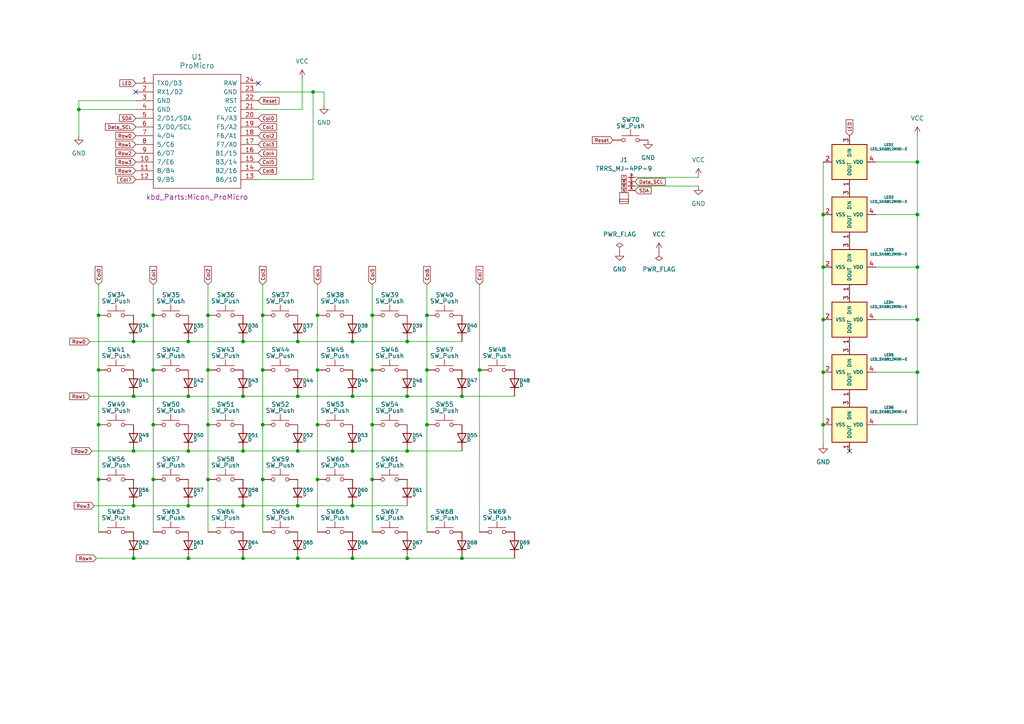
<source format=kicad_sch>
(kicad_sch (version 20230121) (generator eeschema)
  (paper "A4")
  (lib_symbols
    (symbol "Device:D" (pin_numbers hide) (pin_names (offset 1.016) hide)
      (property "Reference" "D" (at 0 2.54 0))
      (property "Value" "D" (at 0 -2.54 0))
      (symbol "D_0_1"
        (polyline (pts (xy -1.27 1.27) (xy -1.27 -1.27)) (stroke (width 0.254)))
        (polyline (pts (xy 1.27 0) (xy -1.27 0)))
        (polyline (pts (xy 1.27 1.27) (xy 1.27 -1.27) (xy -1.27 0) (xy 1.27 1.27)) (stroke (width 0.254)))
      )
      (symbol "D_1_1"
        (pin passive line (at -3.81 0 0) (length 2.54) (name "K") (number "1"))
        (pin passive line (at 3.81 0 180) (length 2.54) (name "A") (number "2"))
      )
    )
    (symbol "Salicylic_kbd:LED_SK6812MINI-E" (pin_names (offset 1.016))
      (property "Reference" "LED" (at 5.08 -10.16 0))
      (property "Value" "LED_SK6812MINI-E" (at 8.89 -8.89 0))
      (symbol "LED_SK6812MINI-E_0_1"
        (rectangle (start -5.08 5.08) (end 5.08 -5.08) (stroke (width 0.254)) (fill (type background)))
      )
      (symbol "LED_SK6812MINI-E_1_1"
        (pin output line (at 7.62 0 180) (length 2.54) (name "DOUT") (number "1"))
        (pin power_in line (at 0 -7.62 90) (length 2.54) (name "VSS") (number "2"))
        (pin input line (at -7.62 0 0) (length 2.54) (name "DIN") (number "3"))
        (pin power_in line (at 0 7.62 270) (length 2.54) (name "VDD") (number "4"))
      )
    )
    (symbol "Salicylic_kbd:TRRS_MJ-4PP-9" (pin_names (offset 1.016))
      (property "Reference" "J" (at 0 5.08 0))
      (property "Value" "TRRS_MJ-4PP-9" (at 0 -6.985 0))
      (symbol "TRRS_MJ-4PP-9_0_0"
        (text "R" (at 0 0 0) (effects (font (size 0.6096 0.6096))))
        (text "R" (at 0 1.27 0) (effects (font (size 0.6096 0.6096))))
        (text "S" (at 0 -1.27 0) (effects (font (size 0.6096 0.6096))))
        (text "T" (at 0 2.54 0) (effects (font (size 0.6096 0.6096))))
      )
      (symbol "TRRS_MJ-4PP-9_0_1"
        (rectangle (start -1.27 -3.81) (end 1.27 -4.445))
        (rectangle (start -1.27 -1.905) (end 1.27 -5.08))
        (rectangle (start -0.635 -0.635) (end 0.635 -1.905))
        (rectangle (start -0.635 0.635) (end 0.635 -0.635))
        (rectangle (start -0.635 1.905) (end 0.635 0.635))
        (rectangle (start -0.635 3.175) (end 0.635 1.905))
      )
      (symbol "TRRS_MJ-4PP-9_1_1"
        (pin input line (at 3.175 -1.27 180) (length 2.0066) (name "~") (number "A"))
        (pin input line (at 3.175 0 180) (length 2.0066) (name "~") (number "B"))
        (pin input line (at 3.175 1.27 180) (length 2.0066) (name "~") (number "C"))
        (pin input line (at 3.175 2.54 180) (length 2.0066) (name "~") (number "D"))
      )
    )
    (symbol "Switch:SW_Push" (pin_numbers hide) (pin_names (offset 1.016) hide)
      (property "Reference" "SW" (at 1.27 2.54 0))
      (property "Value" "SW_Push" (at 0 -1.524 0))
      (symbol "SW_Push_0_1"
        (circle (center -2.032 0) (radius 0.508))
        (polyline (pts (xy 0 1.27) (xy 0 3.048)))
        (polyline (pts (xy 2.54 1.27) (xy -2.54 1.27)))
        (circle (center 2.032 0) (radius 0.508))
        (pin passive line (at -5.08 0 0) (length 2.54) (name "1") (number "1"))
        (pin passive line (at 5.08 0 180) (length 2.54) (name "2") (number "2"))
      )
    )
    (symbol "kbd:ProMicro" (pin_names (offset 1.016))
      (property "Reference" "U" (at 0 19.05 0))
      (property "Value" "ProMicro" (at 0 -19.05 0))
      (symbol "ProMicro_0_1"
        (rectangle (start -12.7 16.51) (end 12.7 -16.51))
      )
      (symbol "ProMicro_1_1"
        (pin bidirectional line (at -17.78 13.97 0) (length 5.08) (name "TX0/D3") (number "1"))
        (pin bidirectional line (at -17.78 -8.89 0) (length 5.08) (name "7/E6") (number "10"))
        (pin bidirectional line (at -17.78 -11.43 0) (length 5.08) (name "8/B4") (number "11"))
        (pin bidirectional line (at -17.78 -13.97 0) (length 5.08) (name "9/B5") (number "12"))
        (pin bidirectional line (at 17.78 -13.97 180) (length 5.08) (name "B6/10") (number "13"))
        (pin bidirectional line (at 17.78 -11.43 180) (length 5.08) (name "B2/16") (number "14"))
        (pin bidirectional line (at 17.78 -8.89 180) (length 5.08) (name "B3/14") (number "15"))
        (pin bidirectional line (at 17.78 -6.35 180) (length 5.08) (name "B1/15") (number "16"))
        (pin bidirectional line (at 17.78 -3.81 180) (length 5.08) (name "F7/A0") (number "17"))
        (pin bidirectional line (at 17.78 -1.27 180) (length 5.08) (name "F6/A1") (number "18"))
        (pin bidirectional line (at 17.78 1.27 180) (length 5.08) (name "F5/A2") (number "19"))
        (pin bidirectional line (at -17.78 11.43 0) (length 5.08) (name "RX1/D2") (number "2"))
        (pin bidirectional line (at 17.78 3.81 180) (length 5.08) (name "F4/A3") (number "20"))
        (pin power_in line (at 17.78 6.35 180) (length 5.08) (name "VCC") (number "21"))
        (pin input line (at 17.78 8.89 180) (length 5.08) (name "RST") (number "22"))
        (pin power_in line (at 17.78 11.43 180) (length 5.08) (name "GND") (number "23"))
        (pin power_out line (at 17.78 13.97 180) (length 5.08) (name "RAW") (number "24"))
        (pin power_in line (at -17.78 8.89 0) (length 5.08) (name "GND") (number "3"))
        (pin power_in line (at -17.78 6.35 0) (length 5.08) (name "GND") (number "4"))
        (pin bidirectional line (at -17.78 3.81 0) (length 5.08) (name "2/D1/SDA") (number "5"))
        (pin bidirectional line (at -17.78 1.27 0) (length 5.08) (name "3/D0/SCL") (number "6"))
        (pin bidirectional line (at -17.78 -1.27 0) (length 5.08) (name "4/D4") (number "7"))
        (pin bidirectional line (at -17.78 -3.81 0) (length 5.08) (name "5/C6") (number "8"))
        (pin bidirectional line (at -17.78 -6.35 0) (length 5.08) (name "6/D7") (number "9"))
      )
    )
    (symbol "power:GND" (power) (pin_names (offset 0))
      (property "Value" "GND" (at 0 -3.81 0))
      (symbol "GND_0_1"
        (polyline (pts (xy 0 0) (xy 0 -1.27) (xy 1.27 -1.27) (xy 0 -2.54) (xy -1.27 -1.27) (xy 0 -1.27)))
      )
      (symbol "GND_1_1"
        (pin power_in line (at 0 0 270) (length 0) hide (name "GND") (number "1"))
      )
    )
    (symbol "power:PWR_FLAG" (power) (pin_numbers hide) (pin_names (offset 0) hide)
      (property "Value" "PWR_FLAG" (at 0 3.81 0))
      (symbol "PWR_FLAG_0_0"
        (pin power_out line (at 0 0 90) (length 0) (name "pwr") (number "1"))
      )
      (symbol "PWR_FLAG_0_1"
        (polyline (pts (xy 0 0) (xy 0 1.27) (xy -1.016 1.905) (xy 0 2.54) (xy 1.016 1.905) (xy 0 1.27)))
      )
    )
    (symbol "power:VCC" (power) (pin_names (offset 0))
      (property "Value" "VCC" (at 0 3.81 0))
      (symbol "VCC_0_1"
        (polyline (pts (xy -0.762 1.27) (xy 0 2.54)))
        (polyline (pts (xy 0 0) (xy 0 2.54)))
        (polyline (pts (xy 0 2.54) (xy 0.762 1.27)))
      )
      (symbol "VCC_1_1"
        (pin power_in line (at 0 0 90) (length 0) hide (name "VCC") (number "1"))
      )
    )
  )
  (junction (at 70.485 114.935))
  (junction (at 76.2 139.065))
  (junction (at 102.235 114.935))
  (junction (at 123.825 91.44))
  (junction (at 44.45 91.44))
  (junction (at 266.065 62.23))
  (junction (at 28.575 139.065))
  (junction (at 60.325 123.19))
  (junction (at 107.95 107.315))
  (junction (at 60.325 139.065))
  (junction (at 118.11 130.81))
  (junction (at 123.825 123.19))
  (junction (at 92.075 139.065))
  (junction (at 60.325 91.44))
  (junction (at 44.45 107.315))
  (junction (at 266.065 46.99))
  (junction (at 90.805 26.67))
  (junction (at 54.61 146.685))
  (junction (at 118.11 114.935))
  (junction (at 86.36 130.81))
  (junction (at 102.235 99.06))
  (junction (at 102.235 146.685))
  (junction (at 38.735 146.685))
  (junction (at 28.575 107.315))
  (junction (at 238.76 107.95))
  (junction (at 44.45 139.065))
  (junction (at 76.2 91.44))
  (junction (at 76.2 107.315))
  (junction (at 92.075 123.19))
  (junction (at 92.075 91.44))
  (junction (at 102.235 161.925))
  (junction (at 28.575 91.44))
  (junction (at 70.485 161.925))
  (junction (at 92.075 107.315))
  (junction (at 44.45 123.19))
  (junction (at 38.735 114.935))
  (junction (at 238.76 77.47))
  (junction (at 118.11 161.925))
  (junction (at 133.985 114.935))
  (junction (at 266.065 92.71))
  (junction (at 28.575 123.19))
  (junction (at 266.065 77.47))
  (junction (at 38.735 130.81))
  (junction (at 22.86 31.75))
  (junction (at 118.11 99.06))
  (junction (at 70.485 99.06))
  (junction (at 86.36 146.685))
  (junction (at 38.735 161.925))
  (junction (at 70.485 146.685))
  (junction (at 107.95 91.44))
  (junction (at 266.065 107.95))
  (junction (at 60.325 107.315))
  (junction (at 139.065 107.315))
  (junction (at 107.95 139.065))
  (junction (at 70.485 130.81))
  (junction (at 102.235 130.81))
  (junction (at 86.36 161.925))
  (junction (at 107.95 123.19))
  (junction (at 238.76 92.71))
  (junction (at 86.36 99.06))
  (junction (at 76.2 123.19))
  (junction (at 38.735 99.06))
  (junction (at 54.61 130.81))
  (junction (at 133.985 161.925))
  (junction (at 86.36 114.935))
  (junction (at 238.76 62.23))
  (junction (at 54.61 99.06))
  (junction (at 123.825 107.315))
  (junction (at 54.61 161.925))
  (junction (at 238.76 123.19))
  (junction (at 54.61 114.935))
  (no_connect (at 246.38 130.81))
  (no_connect (at 74.93 24.13))
  (no_connect (at 39.37 26.67))
  (wire (pts (xy 238.76 62.23) (xy 238.76 77.47)))
  (wire (pts (xy 107.95 107.315) (xy 107.95 123.19)))
  (wire (pts (xy 44.45 82.55) (xy 44.45 91.44)))
  (wire (pts (xy 133.985 114.935) (xy 149.225 114.935)))
  (wire (pts (xy 86.36 161.925) (xy 102.235 161.925)))
  (wire (pts (xy 266.065 46.99) (xy 266.065 39.37)))
  (wire (pts (xy 38.735 114.935) (xy 54.61 114.935)))
  (wire (pts (xy 76.2 91.44) (xy 76.2 107.315)))
  (wire (pts (xy 102.235 146.685) (xy 118.11 146.685)))
  (wire (pts (xy 133.985 161.925) (xy 149.225 161.925)))
  (wire (pts (xy 102.235 130.81) (xy 118.11 130.81)))
  (wire (pts (xy 70.485 146.685) (xy 86.36 146.685)))
  (wire (pts (xy 93.98 26.67) (xy 93.98 30.48)))
  (wire (pts (xy 92.075 91.44) (xy 92.075 107.315)))
  (wire (pts (xy 74.93 31.75) (xy 87.63 31.75)))
  (wire (pts (xy 123.825 107.315) (xy 123.825 123.19)))
  (wire (pts (xy 74.93 52.07) (xy 90.805 52.07)))
  (wire (pts (xy 92.075 107.315) (xy 92.075 123.19)))
  (wire (pts (xy 90.805 26.67) (xy 93.98 26.67)))
  (wire (pts (xy 28.575 91.44) (xy 28.575 107.315)))
  (wire (pts (xy 107.95 139.065) (xy 107.95 154.305)))
  (wire (pts (xy 60.325 139.065) (xy 60.325 154.305)))
  (wire (pts (xy 123.825 91.44) (xy 123.825 107.315)))
  (wire (pts (xy 102.235 161.925) (xy 118.11 161.925)))
  (wire (pts (xy 118.11 161.925) (xy 133.985 161.925)))
  (wire (pts (xy 107.95 123.19) (xy 107.95 139.065)))
  (wire (pts (xy 238.76 92.71) (xy 238.76 107.95)))
  (wire (pts (xy 238.76 107.95) (xy 238.76 123.19)))
  (wire (pts (xy 38.735 130.81) (xy 54.61 130.81)))
  (wire (pts (xy 38.735 146.685) (xy 54.61 146.685)))
  (wire (pts (xy 139.065 107.315) (xy 139.065 154.305)))
  (wire (pts (xy 254 92.71) (xy 266.065 92.71)))
  (wire (pts (xy 28.575 139.065) (xy 28.575 154.305)))
  (wire (pts (xy 238.76 46.99) (xy 238.76 62.23)))
  (wire (pts (xy 266.065 107.95) (xy 266.065 92.71)))
  (wire (pts (xy 102.235 99.06) (xy 118.11 99.06)))
  (wire (pts (xy 90.805 52.07) (xy 90.805 26.67)))
  (wire (pts (xy 86.36 146.685) (xy 102.235 146.685)))
  (wire (pts (xy 254 77.47) (xy 266.065 77.47)))
  (wire (pts (xy 118.11 99.06) (xy 133.985 99.06)))
  (wire (pts (xy 60.325 107.315) (xy 60.325 123.19)))
  (wire (pts (xy 107.95 91.44) (xy 107.95 107.315)))
  (wire (pts (xy 44.45 107.315) (xy 44.45 123.19)))
  (wire (pts (xy 44.45 123.19) (xy 44.45 139.065)))
  (wire (pts (xy 38.735 161.925) (xy 54.61 161.925)))
  (wire (pts (xy 27.305 146.685) (xy 38.735 146.685)))
  (wire (pts (xy 27.94 161.925) (xy 38.735 161.925)))
  (wire (pts (xy 54.61 130.81) (xy 70.485 130.81)))
  (wire (pts (xy 266.065 123.19) (xy 266.065 107.95)))
  (wire (pts (xy 26.67 130.81) (xy 38.735 130.81)))
  (wire (pts (xy 60.325 91.44) (xy 60.325 107.315)))
  (wire (pts (xy 70.485 130.81) (xy 86.36 130.81)))
  (wire (pts (xy 184.15 53.975) (xy 202.565 53.975)))
  (wire (pts (xy 254 46.99) (xy 266.065 46.99)))
  (wire (pts (xy 254 123.19) (xy 266.065 123.19)))
  (wire (pts (xy 266.065 77.47) (xy 266.065 62.23)))
  (wire (pts (xy 44.45 139.065) (xy 44.45 154.305)))
  (wire (pts (xy 238.76 77.47) (xy 238.76 92.71)))
  (wire (pts (xy 70.485 99.06) (xy 86.36 99.06)))
  (wire (pts (xy 118.11 114.935) (xy 133.985 114.935)))
  (wire (pts (xy 54.61 161.925) (xy 70.485 161.925)))
  (wire (pts (xy 123.825 82.55) (xy 123.825 91.44)))
  (wire (pts (xy 28.575 123.19) (xy 28.575 139.065)))
  (wire (pts (xy 22.86 29.21) (xy 39.37 29.21)))
  (wire (pts (xy 254 62.23) (xy 266.065 62.23)))
  (wire (pts (xy 28.575 82.55) (xy 28.575 91.44)))
  (wire (pts (xy 92.075 139.065) (xy 92.075 154.305)))
  (wire (pts (xy 54.61 146.685) (xy 70.485 146.685)))
  (wire (pts (xy 102.235 114.935) (xy 118.11 114.935)))
  (wire (pts (xy 22.86 39.37) (xy 22.86 31.75)))
  (wire (pts (xy 86.36 114.935) (xy 102.235 114.935)))
  (wire (pts (xy 70.485 161.925) (xy 86.36 161.925)))
  (wire (pts (xy 60.325 82.55) (xy 60.325 91.44)))
  (wire (pts (xy 266.065 92.71) (xy 266.065 77.47)))
  (wire (pts (xy 22.86 31.75) (xy 22.86 29.21)))
  (wire (pts (xy 26.035 114.935) (xy 38.735 114.935)))
  (wire (pts (xy 22.86 31.75) (xy 39.37 31.75)))
  (wire (pts (xy 54.61 99.06) (xy 70.485 99.06)))
  (wire (pts (xy 86.36 99.06) (xy 102.235 99.06)))
  (wire (pts (xy 238.76 123.19) (xy 238.76 128.905)))
  (wire (pts (xy 123.825 123.19) (xy 123.825 154.305)))
  (wire (pts (xy 70.485 114.935) (xy 86.36 114.935)))
  (wire (pts (xy 74.93 26.67) (xy 90.805 26.67)))
  (wire (pts (xy 76.2 123.19) (xy 76.2 139.065)))
  (wire (pts (xy 92.075 123.19) (xy 92.075 139.065)))
  (wire (pts (xy 54.61 114.935) (xy 70.485 114.935)))
  (wire (pts (xy 184.15 51.435) (xy 202.565 51.435)))
  (wire (pts (xy 92.075 82.55) (xy 92.075 91.44)))
  (wire (pts (xy 254 107.95) (xy 266.065 107.95)))
  (wire (pts (xy 26.035 99.06) (xy 38.735 99.06)))
  (wire (pts (xy 118.11 130.81) (xy 133.985 130.81)))
  (wire (pts (xy 28.575 107.315) (xy 28.575 123.19)))
  (wire (pts (xy 266.065 62.23) (xy 266.065 46.99)))
  (wire (pts (xy 86.36 130.81) (xy 102.235 130.81)))
  (wire (pts (xy 87.63 31.75) (xy 87.63 22.86)))
  (wire (pts (xy 38.735 99.06) (xy 54.61 99.06)))
  (wire (pts (xy 60.325 123.19) (xy 60.325 139.065)))
  (wire (pts (xy 76.2 82.55) (xy 76.2 91.44)))
  (wire (pts (xy 44.45 91.44) (xy 44.45 107.315)))
  (wire (pts (xy 76.2 107.315) (xy 76.2 123.19)))
  (wire (pts (xy 107.95 82.55) (xy 107.95 91.44)))
  (wire (pts (xy 76.2 139.065) (xy 76.2 154.305)))
  (wire (pts (xy 139.065 82.55) (xy 139.065 107.315)))
  (global_label "Row0" (shape input) (at 26.035 99.06 180) (effects (font (size 1 1))) (property "Intersheetrefs" "${INTERSHEET_REFS}" (effects hide)))
  (global_label "Col5" (shape input) (at 107.95 82.55 90) (effects (font (size 1 1))) (property "Intersheetrefs" "${INTERSHEET_REFS}" (effects hide)))
  (global_label "SDA" (shape input) (at 184.15 55.245 0) (effects (font (size 1 1))) (property "Intersheetrefs" "${INTERSHEET_REFS}" (effects hide)))
  (global_label "Reset" (shape input) (at 74.93 29.21 0) (effects (font (size 1 1))) (property "Intersheetrefs" "${INTERSHEET_REFS}" (effects hide)))
  (global_label "Col7" (shape input) (at 39.37 52.07 180) (effects (font (size 1 1))) (property "Intersheetrefs" "${INTERSHEET_REFS}" (effects hide)))
  (global_label "Row0" (shape input) (at 39.37 39.37 180) (effects (font (size 1 1))) (property "Intersheetrefs" "${INTERSHEET_REFS}" (effects hide)))
  (global_label "Col2" (shape input) (at 60.325 82.55 90) (effects (font (size 1 1))) (property "Intersheetrefs" "${INTERSHEET_REFS}" (effects hide)))
  (global_label "Col6" (shape input) (at 74.93 49.53 0) (effects (font (size 1 1))) (property "Intersheetrefs" "${INTERSHEET_REFS}" (effects hide)))
  (global_label "Col1" (shape input) (at 44.45 82.55 90) (effects (font (size 1 1))) (property "Intersheetrefs" "${INTERSHEET_REFS}" (effects hide)))
  (global_label "Row2" (shape input) (at 39.37 44.45 180) (effects (font (size 1 1))) (property "Intersheetrefs" "${INTERSHEET_REFS}" (effects hide)))
  (global_label "Col4" (shape input) (at 74.93 44.45 0) (effects (font (size 1 1))) (property "Intersheetrefs" "${INTERSHEET_REFS}" (effects hide)))
  (global_label "Col5" (shape input) (at 74.93 46.99 0) (effects (font (size 1 1))) (property "Intersheetrefs" "${INTERSHEET_REFS}" (effects hide)))
  (global_label "Row4" (shape input) (at 39.37 49.53 180) (effects (font (size 1 1))) (property "Intersheetrefs" "${INTERSHEET_REFS}" (effects hide)))
  (global_label "Col0" (shape input) (at 28.575 82.55 90) (effects (font (size 1 1))) (property "Intersheetrefs" "${INTERSHEET_REFS}" (effects hide)))
  (global_label "Col3" (shape input) (at 76.2 82.55 90) (effects (font (size 1 1))) (property "Intersheetrefs" "${INTERSHEET_REFS}" (effects hide)))
  (global_label "Col0" (shape input) (at 74.93 34.29 0) (effects (font (size 1 1))) (property "Intersheetrefs" "${INTERSHEET_REFS}" (effects hide)))
  (global_label "Data_SCL" (shape input) (at 39.37 36.83 180) (effects (font (size 1 1))) (property "Intersheetrefs" "${INTERSHEET_REFS}" (effects hide)))
  (global_label "Row1" (shape input) (at 39.37 41.91 180) (effects (font (size 1 1))) (property "Intersheetrefs" "${INTERSHEET_REFS}" (effects hide)))
  (global_label "LED" (shape input) (at 39.37 24.13 180) (effects (font (size 1 1))) (property "Intersheetrefs" "${INTERSHEET_REFS}" (effects hide)))
  (global_label "Row1" (shape input) (at 26.035 114.935 180) (effects (font (size 1 1))) (property "Intersheetrefs" "${INTERSHEET_REFS}" (effects hide)))
  (global_label "Col6" (shape input) (at 123.825 82.55 90) (effects (font (size 1 1))) (property "Intersheetrefs" "${INTERSHEET_REFS}" (effects hide)))
  (global_label "Data_SCL" (shape input) (at 184.15 52.705 0) (effects (font (size 1 1))) (property "Intersheetrefs" "${INTERSHEET_REFS}" (effects hide)))
  (global_label "Col2" (shape input) (at 74.93 39.37 0) (effects (font (size 1 1))) (property "Intersheetrefs" "${INTERSHEET_REFS}" (effects hide)))
  (global_label "Col3" (shape input) (at 74.93 41.91 0) (effects (font (size 1 1))) (property "Intersheetrefs" "${INTERSHEET_REFS}" (effects hide)))
  (global_label "Row3" (shape input) (at 27.305 146.685 180) (effects (font (size 1 1))) (property "Intersheetrefs" "${INTERSHEET_REFS}" (effects hide)))
  (global_label "Row3" (shape input) (at 39.37 46.99 180) (effects (font (size 1 1))) (property "Intersheetrefs" "${INTERSHEET_REFS}" (effects hide)))
  (global_label "SDA" (shape input) (at 39.37 34.29 180) (effects (font (size 1 1))) (property "Intersheetrefs" "${INTERSHEET_REFS}" (effects hide)))
  (global_label "LED" (shape input) (at 246.38 39.37 90) (effects (font (size 1 1))) (property "Intersheetrefs" "${INTERSHEET_REFS}" (effects hide)))
  (global_label "Row4" (shape input) (at 27.94 161.925 180) (effects (font (size 1 1))) (property "Intersheetrefs" "${INTERSHEET_REFS}" (effects hide)))
  (global_label "Row2" (shape input) (at 26.67 130.81 180) (effects (font (size 1 1))) (property "Intersheetrefs" "${INTERSHEET_REFS}" (effects hide)))
  (global_label "Reset" (shape input) (at 177.8 40.64 180) (effects (font (size 1 1))) (property "Intersheetrefs" "${INTERSHEET_REFS}" (effects hide)))
  (global_label "Col4" (shape input) (at 92.075 82.55 90) (effects (font (size 1 1))) (property "Intersheetrefs" "${INTERSHEET_REFS}" (effects hide)))
  (global_label "Col7" (shape input) (at 139.065 82.55 90) (effects (font (size 1 1))) (property "Intersheetrefs" "${INTERSHEET_REFS}" (effects hide)))
  (global_label "Col1" (shape input) (at 74.93 36.83 0) (effects (font (size 1 1))) (property "Intersheetrefs" "${INTERSHEET_REFS}" (effects hide)))
  (symbol (lib_id "Device:D") (at 86.36 111.125 90) (unit 1)
    (property "Reference" "D44" (at 87.7824 110.363 90) (effects (font (size 1 1)) (justify right)))
    (property "Value" "D" (at 87.7824 111.6838 90) (effects (font (size 1 1)) (justify right)))
    (property "Footprint" "kbd_Parts:Diode_TH_SMD" (effects hide))
    (property "Sim.Device" "D" (effects hide))
    (property "Sim.Pins" "1=K 2=A" (effects hide))
  )
  (symbol (lib_id "Switch:SW_Push") (at 65.405 154.305 0) (unit 1)
    (property "Reference" "SW64" (at 65.4558 148.4122 0))
    (property "Value" "SW_Push" (at 65.405 150.1902 0))
    (property "Footprint" "kbd_SW:CherryMX_Hotswap_1.25u" (effects hide))
  )
  (symbol (lib_id "Device:D") (at 118.11 127 90) (unit 1)
    (property "Reference" "D54" (at 119.5324 126.238 90) (effects (font (size 1 1)) (justify right)))
    (property "Value" "D" (at 119.5324 127.5588 90) (effects (font (size 1 1)) (justify right)))
    (property "Footprint" "kbd_Parts:Diode_TH_SMD" (effects hide))
    (property "Sim.Device" "D" (effects hide))
    (property "Sim.Pins" "1=K 2=A" (effects hide))
  )
  (symbol (lib_id "power:GND") (at 238.76 128.905 0) (unit 1)
    (property "Reference" "#PWR03" (effects hide))
    (property "Value" "GND" (at 238.76 133.985 0))
  )
  (symbol (lib_id "power:VCC") (at 266.065 39.37 0) (unit 1)
    (property "Reference" "#PWR05" (effects hide))
    (property "Value" "VCC" (at 266.065 34.29 0))
  )
  (symbol (lib_id "Switch:SW_Push") (at 65.405 107.315 0) (unit 1)
    (property "Reference" "SW43" (at 65.4558 101.4222 0))
    (property "Value" "SW_Push" (at 65.405 103.2002 0))
    (property "Footprint" "kbd_SW:CherryMX_Hotswap_1u" (effects hide))
  )
  (symbol (lib_id "Device:D") (at 54.61 142.875 90) (unit 1)
    (property "Reference" "D57" (at 56.0324 142.113 90) (effects (font (size 1 1)) (justify right)))
    (property "Value" "D" (at 56.0324 143.4338 90) (effects (font (size 1 1)) (justify right)))
    (property "Footprint" "kbd_Parts:Diode_TH_SMD" (effects hide))
    (property "Sim.Device" "D" (effects hide))
    (property "Sim.Pins" "1=K 2=A" (effects hide))
  )
  (symbol (lib_id "Device:D") (at 149.225 111.125 90) (unit 1)
    (property "Reference" "D48" (at 150.6474 110.363 90) (effects (font (size 1 1)) (justify right)))
    (property "Value" "D" (at 150.6474 111.6838 90) (effects (font (size 1 1)) (justify right)))
    (property "Footprint" "kbd_Parts:Diode_TH_SMD" (effects hide))
    (property "Sim.Device" "D" (effects hide))
    (property "Sim.Pins" "1=K 2=A" (effects hide))
  )
  (symbol (lib_id "Device:D") (at 54.61 95.25 90) (unit 1)
    (property "Reference" "D35" (at 56.0324 94.488 90) (effects (font (size 1 1)) (justify right)))
    (property "Value" "D" (at 56.0324 95.8088 90) (effects (font (size 1 1)) (justify right)))
    (property "Footprint" "kbd_Parts:Diode_TH_SMD" (effects hide))
    (property "Sim.Device" "D" (effects hide))
    (property "Sim.Pins" "1=K 2=A" (effects hide))
  )
  (symbol (lib_id "Switch:SW_Push") (at 113.03 154.305 0) (unit 1)
    (property "Reference" "SW67" (at 113.0808 148.4122 0))
    (property "Value" "SW_Push" (at 113.03 150.1902 0))
    (property "Footprint" "kbd_SW:CherryMX_Hotswap_1.25u" (effects hide))
  )
  (symbol (lib_id "Device:D") (at 54.61 158.115 90) (unit 1)
    (property "Reference" "D63" (at 56.0324 157.353 90) (effects (font (size 1 1)) (justify right)))
    (property "Value" "D" (at 56.0324 158.6738 90) (effects (font (size 1 1)) (justify right)))
    (property "Footprint" "kbd_Parts:Diode_TH_SMD" (effects hide))
    (property "Sim.Device" "D" (effects hide))
    (property "Sim.Pins" "1=K 2=A" (effects hide))
  )
  (symbol (lib_id "Switch:SW_Push") (at 97.155 107.315 0) (unit 1)
    (property "Reference" "SW45" (at 97.2058 101.4222 0))
    (property "Value" "SW_Push" (at 97.155 103.2002 0))
    (property "Footprint" "kbd_SW:CherryMX_Hotswap_1u" (effects hide))
  )
  (symbol (lib_id "Switch:SW_Push") (at 97.155 91.44 0) (unit 1)
    (property "Reference" "SW38" (at 97.2058 85.5472 0))
    (property "Value" "SW_Push" (at 97.155 87.3252 0))
    (property "Footprint" "kbd_SW:CherryMX_Hotswap_1u" (effects hide))
  )
  (symbol (lib_id "Switch:SW_Push") (at 113.03 123.19 0) (unit 1)
    (property "Reference" "SW54" (at 113.0808 117.2972 0))
    (property "Value" "SW_Push" (at 113.03 119.0752 0))
    (property "Footprint" "kbd_SW:CherryMX_Hotswap_1u" (effects hide))
  )
  (symbol (lib_id "Device:D") (at 38.735 158.115 90) (unit 1)
    (property "Reference" "D62" (at 40.1574 157.353 90) (effects (font (size 1 1)) (justify right)))
    (property "Value" "D" (at 40.1574 158.6738 90) (effects (font (size 1 1)) (justify right)))
    (property "Footprint" "kbd_Parts:Diode_TH_SMD" (effects hide))
    (property "Sim.Device" "D" (effects hide))
    (property "Sim.Pins" "1=K 2=A" (effects hide))
  )
  (symbol (lib_id "Device:D") (at 86.36 127 90) (unit 1)
    (property "Reference" "D52" (at 87.7824 126.238 90) (effects (font (size 1 1)) (justify right)))
    (property "Value" "D" (at 87.7824 127.5588 90) (effects (font (size 1 1)) (justify right)))
    (property "Footprint" "kbd_Parts:Diode_TH_SMD" (effects hide))
    (property "Sim.Device" "D" (effects hide))
    (property "Sim.Pins" "1=K 2=A" (effects hide))
  )
  (symbol (lib_id "kbd:ProMicro") (at 57.15 38.1 0) (unit 1)
    (property "Reference" "U1" (at 57.15 16.51 0) (effects (font (size 1.524 1.524))))
    (property "Value" "ProMicro" (at 57.15 19.05 0) (effects (font (size 1.524 1.524))))
    (property "Footprint" "kbd_Parts:Micon_ProMicro" (at 57.15 57.15 0) (effects (font (size 1.524 1.524))))
  )
  (symbol (lib_id "Device:D") (at 70.485 127 90) (unit 1)
    (property "Reference" "D51" (at 71.9074 126.238 90) (effects (font (size 1 1)) (justify right)))
    (property "Value" "D" (at 71.9074 127.5588 90) (effects (font (size 1 1)) (justify right)))
    (property "Footprint" "kbd_Parts:Diode_TH_SMD" (effects hide))
    (property "Sim.Device" "D" (effects hide))
    (property "Sim.Pins" "1=K 2=A" (effects hide))
  )
  (symbol (lib_id "Device:D") (at 86.36 158.115 90) (unit 1)
    (property "Reference" "D65" (at 87.7824 157.353 90) (effects (font (size 1 1)) (justify right)))
    (property "Value" "D" (at 87.7824 158.6738 90) (effects (font (size 1 1)) (justify right)))
    (property "Footprint" "kbd_Parts:Diode_TH_SMD" (effects hide))
    (property "Sim.Device" "D" (effects hide))
    (property "Sim.Pins" "1=K 2=A" (effects hide))
  )
  (symbol (lib_id "Switch:SW_Push") (at 33.655 91.44 0) (unit 1)
    (property "Reference" "SW34" (at 33.7058 85.5472 0))
    (property "Value" "SW_Push" (at 33.655 87.3252 0))
    (property "Footprint" "kbd_SW:CherryMX_Hotswap_1u" (effects hide))
  )
  (symbol (lib_id "Device:D") (at 70.485 111.125 90) (unit 1)
    (property "Reference" "D43" (at 71.9074 110.363 90) (effects (font (size 1 1)) (justify right)))
    (property "Value" "D" (at 71.9074 111.6838 90) (effects (font (size 1 1)) (justify right)))
    (property "Footprint" "kbd_Parts:Diode_TH_SMD" (effects hide))
    (property "Sim.Device" "D" (effects hide))
    (property "Sim.Pins" "1=K 2=A" (effects hide))
  )
  (symbol (lib_id "Device:D") (at 133.985 127 90) (unit 1)
    (property "Reference" "D55" (at 135.4074 126.238 90) (effects (font (size 1 1)) (justify right)))
    (property "Value" "D" (at 135.4074 127.5588 90) (effects (font (size 1 1)) (justify right)))
    (property "Footprint" "kbd_Parts:Diode_TH_SMD" (effects hide))
    (property "Sim.Device" "D" (effects hide))
    (property "Sim.Pins" "1=K 2=A" (effects hide))
  )
  (symbol (lib_id "Switch:SW_Push") (at 81.28 154.305 0) (unit 1)
    (property "Reference" "SW65" (at 81.3308 148.4122 0))
    (property "Value" "SW_Push" (at 81.28 150.1902 0))
    (property "Footprint" "kbd_SW:CherryMX_Hotswap_1.25u" (effects hide))
  )
  (symbol (lib_id "Device:D") (at 102.235 142.875 90) (unit 1)
    (property "Reference" "D60" (at 103.6574 142.113 90) (effects (font (size 1 1)) (justify right)))
    (property "Value" "D" (at 103.6574 143.4338 90) (effects (font (size 1 1)) (justify right)))
    (property "Footprint" "kbd_Parts:Diode_TH_SMD" (effects hide))
    (property "Sim.Device" "D" (effects hide))
    (property "Sim.Pins" "1=K 2=A" (effects hide))
  )
  (symbol (lib_id "Salicylic_kbd:TRRS_MJ-4PP-9") (at 180.975 53.975 0) (unit 1)
    (property "Reference" "J1" (at 180.975 46.355 0))
    (property "Value" "TRRS_MJ-4PP-9" (at 180.975 48.895 0))
    (property "Footprint" "kbd_Parts:TRRS_MJ-4PP-9" (effects hide))
  )
  (symbol (lib_id "Device:D") (at 54.61 127 90) (unit 1)
    (property "Reference" "D50" (at 56.0324 126.238 90) (effects (font (size 1 1)) (justify right)))
    (property "Value" "D" (at 56.0324 127.5588 90) (effects (font (size 1 1)) (justify right)))
    (property "Footprint" "kbd_Parts:Diode_TH_SMD" (effects hide))
    (property "Sim.Device" "D" (effects hide))
    (property "Sim.Pins" "1=K 2=A" (effects hide))
  )
  (symbol (lib_id "Device:D") (at 118.11 158.115 90) (unit 1)
    (property "Reference" "D67" (at 119.5324 157.353 90) (effects (font (size 1 1)) (justify right)))
    (property "Value" "D" (at 119.5324 158.6738 90) (effects (font (size 1 1)) (justify right)))
    (property "Footprint" "kbd_Parts:Diode_TH_SMD" (effects hide))
    (property "Sim.Device" "D" (effects hide))
    (property "Sim.Pins" "1=K 2=A" (effects hide))
  )
  (symbol (lib_id "Switch:SW_Push") (at 128.905 107.315 0) (unit 1)
    (property "Reference" "SW47" (at 128.9558 101.4222 0))
    (property "Value" "SW_Push" (at 128.905 103.2002 0))
    (property "Footprint" "kbd_SW:CherryMX_Hotswap_1u" (effects hide))
  )
  (symbol (lib_id "Switch:SW_Push") (at 49.53 139.065 0) (unit 1)
    (property "Reference" "SW57" (at 49.5808 133.1722 0))
    (property "Value" "SW_Push" (at 49.53 134.9502 0))
    (property "Footprint" "kbd_SW:CherryMX_Hotswap_1u" (effects hide))
  )
  (symbol (lib_id "Switch:SW_Push") (at 49.53 154.305 0) (unit 1)
    (property "Reference" "SW63" (at 49.5808 148.4122 0))
    (property "Value" "SW_Push" (at 49.53 150.1902 0))
    (property "Footprint" "kbd_SW:CherryMX_Hotswap_1u" (effects hide))
  )
  (symbol (lib_id "power:VCC") (at 191.135 73.025 0) (unit 1)
    (property "Reference" "#PWR06" (effects hide))
    (property "Value" "VCC" (at 191.135 67.945 0))
  )
  (symbol (lib_id "power:GND") (at 93.98 30.48 0) (unit 1)
    (property "Reference" "#PWR02" (effects hide))
    (property "Value" "GND" (at 93.98 35.56 0))
  )
  (symbol (lib_id "Switch:SW_Push") (at 128.905 154.305 0) (unit 1)
    (property "Reference" "SW68" (at 128.9558 148.4122 0))
    (property "Value" "SW_Push" (at 128.905 150.1902 0))
    (property "Footprint" "kbd_SW:CherryMX_Hotswap_1.25u" (effects hide))
  )
  (symbol (lib_id "Switch:SW_Push") (at 97.155 154.305 0) (unit 1)
    (property "Reference" "SW66" (at 97.2058 148.4122 0))
    (property "Value" "SW_Push" (at 97.155 150.1902 0))
    (property "Footprint" "kbd_SW:CherryMX_Hotswap_1.25u" (effects hide))
  )
  (symbol (lib_id "Switch:SW_Push") (at 113.03 107.315 0) (unit 1)
    (property "Reference" "SW46" (at 113.0808 101.4222 0))
    (property "Value" "SW_Push" (at 113.03 103.2002 0))
    (property "Footprint" "kbd_SW:CherryMX_Hotswap_1u" (effects hide))
  )
  (symbol (lib_id "power:GND") (at 202.565 53.975 0) (unit 1)
    (property "Reference" "#PWR09" (effects hide))
    (property "Value" "GND" (at 202.565 59.055 0))
  )
  (symbol (lib_id "Switch:SW_Push") (at 33.655 123.19 0) (unit 1)
    (property "Reference" "SW49" (at 33.7058 117.2972 0))
    (property "Value" "SW_Push" (at 33.655 119.0752 0))
    (property "Footprint" "kbd_SW:CherryMX_Hotswap_1u" (effects hide))
  )
  (symbol (lib_id "Device:D") (at 102.235 111.125 90) (unit 1)
    (property "Reference" "D45" (at 103.6574 110.363 90) (effects (font (size 1 1)) (justify right)))
    (property "Value" "D" (at 103.6574 111.6838 90) (effects (font (size 1 1)) (justify right)))
    (property "Footprint" "kbd_Parts:Diode_TH_SMD" (effects hide))
    (property "Sim.Device" "D" (effects hide))
    (property "Sim.Pins" "1=K 2=A" (effects hide))
  )
  (symbol (lib_id "Switch:SW_Push") (at 97.155 139.065 0) (unit 1)
    (property "Reference" "SW60" (at 97.2058 133.1722 0))
    (property "Value" "SW_Push" (at 97.155 134.9502 0))
    (property "Footprint" "kbd_SW:CherryMX_Hotswap_1u" (effects hide))
  )
  (symbol (lib_id "Switch:SW_Push") (at 144.145 154.305 0) (unit 1)
    (property "Reference" "SW69" (at 144.1958 148.4122 0))
    (property "Value" "SW_Push" (at 144.145 150.1902 0))
    (property "Footprint" "kbd_SW:CherryMX_Hotswap_1.25u" (effects hide))
  )
  (symbol (lib_id "Switch:SW_Push") (at 81.28 91.44 0) (unit 1)
    (property "Reference" "SW37" (at 81.3308 85.5472 0))
    (property "Value" "SW_Push" (at 81.28 87.3252 0))
    (property "Footprint" "kbd_SW:CherryMX_Hotswap_1u" (effects hide))
  )
  (symbol (lib_id "Switch:SW_Push") (at 49.53 91.44 0) (unit 1)
    (property "Reference" "SW35" (at 49.5808 85.5472 0))
    (property "Value" "SW_Push" (at 49.53 87.3252 0))
    (property "Footprint" "kbd_SW:CherryMX_Hotswap_1u" (effects hide))
  )
  (symbol (lib_id "Device:D") (at 70.485 142.875 90) (unit 1)
    (property "Reference" "D58" (at 71.9074 142.113 90) (effects (font (size 1 1)) (justify right)))
    (property "Value" "D" (at 71.9074 143.4338 90) (effects (font (size 1 1)) (justify right)))
    (property "Footprint" "kbd_Parts:Diode_TH_SMD" (effects hide))
    (property "Sim.Device" "D" (effects hide))
    (property "Sim.Pins" "1=K 2=A" (effects hide))
  )
  (symbol (lib_id "power:GND") (at 22.86 39.37 0) (unit 1)
    (property "Reference" "#PWR01" (effects hide))
    (property "Value" "GND" (at 22.86 44.45 0))
  )
  (symbol (lib_id "Switch:SW_Push") (at 49.53 107.315 0) (unit 1)
    (property "Reference" "SW42" (at 49.5808 101.4222 0))
    (property "Value" "SW_Push" (at 49.53 103.2002 0))
    (property "Footprint" "kbd_SW:CherryMX_Hotswap_1u" (effects hide))
  )
  (symbol (lib_id "power:GND") (at 179.705 73.025 0) (unit 1)
    (property "Reference" "#PWR07" (effects hide))
    (property "Value" "GND" (at 179.705 78.105 0))
  )
  (symbol (lib_id "Switch:SW_Push") (at 33.655 154.305 0) (unit 1)
    (property "Reference" "SW62" (at 33.7058 148.4122 0))
    (property "Value" "SW_Push" (at 33.655 150.1902 0))
    (property "Footprint" "kbd_SW:CherryMX_Hotswap_1u" (effects hide))
  )
  (symbol (lib_id "Device:D") (at 102.235 127 90) (unit 1)
    (property "Reference" "D53" (at 103.6574 126.238 90) (effects (font (size 1 1)) (justify right)))
    (property "Value" "D" (at 103.6574 127.5588 90) (effects (font (size 1 1)) (justify right)))
    (property "Footprint" "kbd_Parts:Diode_TH_SMD" (effects hide))
    (property "Sim.Device" "D" (effects hide))
    (property "Sim.Pins" "1=K 2=A" (effects hide))
  )
  (symbol (lib_id "Device:D") (at 118.11 95.25 90) (unit 1)
    (property "Reference" "D39" (at 119.5324 94.488 90) (effects (font (size 1 1)) (justify right)))
    (property "Value" "D" (at 119.5324 95.8088 90) (effects (font (size 1 1)) (justify right)))
    (property "Footprint" "kbd_Parts:Diode_TH_SMD" (effects hide))
    (property "Sim.Device" "D" (effects hide))
    (property "Sim.Pins" "1=K 2=A" (effects hide))
  )
  (symbol (lib_id "Device:D") (at 118.11 142.875 90) (unit 1)
    (property "Reference" "D61" (at 119.5324 142.113 90) (effects (font (size 1 1)) (justify right)))
    (property "Value" "D" (at 119.5324 143.4338 90) (effects (font (size 1 1)) (justify right)))
    (property "Footprint" "kbd_Parts:Diode_TH_SMD" (effects hide))
    (property "Sim.Device" "D" (effects hide))
    (property "Sim.Pins" "1=K 2=A" (effects hide))
  )
  (symbol (lib_id "Device:D") (at 102.235 158.115 90) (unit 1)
    (property "Reference" "D66" (at 103.6574 157.353 90) (effects (font (size 1 1)) (justify right)))
    (property "Value" "D" (at 103.6574 158.6738 90) (effects (font (size 1 1)) (justify right)))
    (property "Footprint" "kbd_Parts:Diode_TH_SMD" (effects hide))
    (property "Sim.Device" "D" (effects hide))
    (property "Sim.Pins" "1=K 2=A" (effects hide))
  )
  (symbol (lib_id "Switch:SW_Push") (at 33.655 139.065 0) (unit 1)
    (property "Reference" "SW56" (at 33.7058 133.1722 0))
    (property "Value" "SW_Push" (at 33.655 134.9502 0))
    (property "Footprint" "kbd_SW:CherryMX_Hotswap_1u" (effects hide))
  )
  (symbol (lib_id "Salicylic_kbd:LED_SK6812MINI-E") (at 246.38 46.99 270) (unit 1)
    (property "Reference" "LED1" (at 257.81 41.9669 90) (effects (font (size 0.7366 0.7366))))
    (property "Value" "LED_SK6812MINI-E" (at 257.81 43.2369 90) (effects (font (size 0.7366 0.7366))))
    (property "Footprint" "kbd_Parts:LED_SK6812MINI-E_BL" (effects hide))
  )
  (symbol (lib_id "Switch:SW_Push") (at 144.145 107.315 0) (unit 1)
    (property "Reference" "SW48" (at 144.1958 101.4222 0))
    (property "Value" "SW_Push" (at 144.145 103.2002 0))
    (property "Footprint" "kbd_SW:CherryMX_Hotswap_1.5u" (effects hide))
  )
  (symbol (lib_id "Switch:SW_Push") (at 113.03 91.44 0) (unit 1)
    (property "Reference" "SW39" (at 113.0808 85.5472 0))
    (property "Value" "SW_Push" (at 113.03 87.3252 0))
    (property "Footprint" "kbd_SW:CherryMX_Hotswap_1u" (effects hide))
  )
  (symbol (lib_id "Device:D") (at 54.61 111.125 90) (unit 1)
    (property "Reference" "D42" (at 56.0324 110.363 90) (effects (font (size 1 1)) (justify right)))
    (property "Value" "D" (at 56.0324 111.6838 90) (effects (font (size 1 1)) (justify right)))
    (property "Footprint" "kbd_Parts:Diode_TH_SMD" (effects hide))
    (property "Sim.Device" "D" (effects hide))
    (property "Sim.Pins" "1=K 2=A" (effects hide))
  )
  (symbol (lib_id "Device:D") (at 38.735 127 90) (unit 1)
    (property "Reference" "D49" (at 40.1574 126.238 90) (effects (font (size 1 1)) (justify right)))
    (property "Value" "D" (at 40.1574 127.5588 90) (effects (font (size 1 1)) (justify right)))
    (property "Footprint" "kbd_Parts:Diode_TH_SMD" (effects hide))
    (property "Sim.Device" "D" (effects hide))
    (property "Sim.Pins" "1=K 2=A" (effects hide))
  )
  (symbol (lib_id "Salicylic_kbd:LED_SK6812MINI-E") (at 246.38 107.95 270) (unit 1)
    (property "Reference" "LED5" (at 257.81 102.9269 90) (effects (font (size 0.7366 0.7366))))
    (property "Value" "LED_SK6812MINI-E" (at 257.81 104.1969 90) (effects (font (size 0.7366 0.7366))))
    (property "Footprint" "kbd_Parts:LED_SK6812MINI-E_BL" (effects hide))
  )
  (symbol (lib_id "Device:D") (at 149.225 158.115 90) (unit 1)
    (property "Reference" "D69" (at 150.6474 157.353 90) (effects (font (size 1 1)) (justify right)))
    (property "Value" "D" (at 150.6474 158.6738 90) (effects (font (size 1 1)) (justify right)))
    (property "Footprint" "kbd_Parts:Diode_TH_SMD" (effects hide))
    (property "Sim.Device" "D" (effects hide))
    (property "Sim.Pins" "1=K 2=A" (effects hide))
  )
  (symbol (lib_id "Salicylic_kbd:LED_SK6812MINI-E") (at 246.38 62.23 270) (unit 1)
    (property "Reference" "LED2" (at 257.81 57.2069 90) (effects (font (size 0.7366 0.7366))))
    (property "Value" "LED_SK6812MINI-E" (at 257.81 58.4769 90) (effects (font (size 0.7366 0.7366))))
    (property "Footprint" "kbd_Parts:LED_SK6812MINI-E_BL" (effects hide))
  )
  (symbol (lib_id "Device:D") (at 70.485 158.115 90) (unit 1)
    (property "Reference" "D64" (at 71.9074 157.353 90) (effects (font (size 1 1)) (justify right)))
    (property "Value" "D" (at 71.9074 158.6738 90) (effects (font (size 1 1)) (justify right)))
    (property "Footprint" "kbd_Parts:Diode_TH_SMD" (effects hide))
    (property "Sim.Device" "D" (effects hide))
    (property "Sim.Pins" "1=K 2=A" (effects hide))
  )
  (symbol (lib_id "power:VCC") (at 87.63 22.86 0) (unit 1)
    (property "Reference" "#PWR04" (effects hide))
    (property "Value" "VCC" (at 87.63 17.78 0))
  )
  (symbol (lib_id "Switch:SW_Push") (at 182.88 40.64 0) (unit 1)
    (property "Reference" "SW70" (at 182.9308 34.7472 0))
    (property "Value" "SW_Push" (at 182.88 36.5252 0))
    (property "Footprint" "kbd_Parts:ResetSW" (effects hide))
  )
  (symbol (lib_id "Switch:SW_Push") (at 81.28 139.065 0) (unit 1)
    (property "Reference" "SW59" (at 81.3308 133.1722 0))
    (property "Value" "SW_Push" (at 81.28 134.9502 0))
    (property "Footprint" "kbd_SW:CherryMX_Hotswap_1u" (effects hide))
  )
  (symbol (lib_id "power:PWR_FLAG") (at 191.135 73.025 180) (unit 1)
    (property "Reference" "#FLG02" (effects hide))
    (property "Value" "PWR_FLAG" (at 191.135 78.105 0))
  )
  (symbol (lib_id "Switch:SW_Push") (at 128.905 123.19 0) (unit 1)
    (property "Reference" "SW55" (at 128.9558 117.2972 0))
    (property "Value" "SW_Push" (at 128.905 119.0752 0))
    (property "Footprint" "kbd_SW:CherryMX_Hotswap_2.25u" (effects hide))
  )
  (symbol (lib_id "power:VCC") (at 202.565 51.435 0) (unit 1)
    (property "Reference" "#PWR08" (effects hide))
    (property "Value" "VCC" (at 202.565 46.355 0))
  )
  (symbol (lib_id "Device:D") (at 38.735 95.25 90) (unit 1)
    (property "Reference" "D34" (at 40.1574 94.488 90) (effects (font (size 1 1)) (justify right)))
    (property "Value" "D" (at 40.1574 95.8088 90) (effects (font (size 1 1)) (justify right)))
    (property "Footprint" "kbd_Parts:Diode_TH_SMD" (effects hide))
    (property "Sim.Device" "D" (effects hide))
    (property "Sim.Pins" "1=K 2=A" (effects hide))
  )
  (symbol (lib_id "Switch:SW_Push") (at 81.28 123.19 0) (unit 1)
    (property "Reference" "SW52" (at 81.3308 117.2972 0))
    (property "Value" "SW_Push" (at 81.28 119.0752 0))
    (property "Footprint" "kbd_SW:CherryMX_Hotswap_1u" (effects hide))
  )
  (symbol (lib_id "power:GND") (at 187.96 40.64 0) (unit 1)
    (property "Reference" "#PWR010" (effects hide))
    (property "Value" "GND" (at 187.96 45.72 0))
  )
  (symbol (lib_id "Device:D") (at 133.985 111.125 90) (unit 1)
    (property "Reference" "D47" (at 135.4074 110.363 90) (effects (font (size 1 1)) (justify right)))
    (property "Value" "D" (at 135.4074 111.6838 90) (effects (font (size 1 1)) (justify right)))
    (property "Footprint" "kbd_Parts:Diode_TH_SMD" (effects hide))
    (property "Sim.Device" "D" (effects hide))
    (property "Sim.Pins" "1=K 2=A" (effects hide))
  )
  (symbol (lib_id "Salicylic_kbd:LED_SK6812MINI-E") (at 246.38 92.71 270) (unit 1)
    (property "Reference" "LED4" (at 257.81 87.6869 90) (effects (font (size 0.7366 0.7366))))
    (property "Value" "LED_SK6812MINI-E" (at 257.81 88.9569 90) (effects (font (size 0.7366 0.7366))))
    (property "Footprint" "kbd_Parts:LED_SK6812MINI-E_BL" (effects hide))
  )
  (symbol (lib_id "Device:D") (at 133.985 158.115 90) (unit 1)
    (property "Reference" "D68" (at 135.4074 157.353 90) (effects (font (size 1 1)) (justify right)))
    (property "Value" "D" (at 135.4074 158.6738 90) (effects (font (size 1 1)) (justify right)))
    (property "Footprint" "kbd_Parts:Diode_TH_SMD" (effects hide))
    (property "Sim.Device" "D" (effects hide))
    (property "Sim.Pins" "1=K 2=A" (effects hide))
  )
  (symbol (lib_id "Switch:SW_Push") (at 97.155 123.19 0) (unit 1)
    (property "Reference" "SW53" (at 97.2058 117.2972 0))
    (property "Value" "SW_Push" (at 97.155 119.0752 0))
    (property "Footprint" "kbd_SW:CherryMX_Hotswap_1u" (effects hide))
  )
  (symbol (lib_id "Switch:SW_Push") (at 113.03 139.065 0) (unit 1)
    (property "Reference" "SW61" (at 113.0808 133.1722 0))
    (property "Value" "SW_Push" (at 113.03 134.9502 0))
    (property "Footprint" "kbd_SW:CherryMX_Hotswap_2.75u" (effects hide))
  )
  (symbol (lib_id "Switch:SW_Push") (at 33.655 107.315 0) (unit 1)
    (property "Reference" "SW41" (at 33.7058 101.4222 0))
    (property "Value" "SW_Push" (at 33.655 103.2002 0))
    (property "Footprint" "kbd_SW:CherryMX_Hotswap_1u" (effects hide))
  )
  (symbol (lib_id "Device:D") (at 38.735 111.125 90) (unit 1)
    (property "Reference" "D41" (at 40.1574 110.363 90) (effects (font (size 1 1)) (justify right)))
    (property "Value" "D" (at 40.1574 111.6838 90) (effects (font (size 1 1)) (justify right)))
    (property "Footprint" "kbd_Parts:Diode_TH_SMD" (effects hide))
    (property "Sim.Device" "D" (effects hide))
    (property "Sim.Pins" "1=K 2=A" (effects hide))
  )
  (symbol (lib_id "Switch:SW_Push") (at 128.905 91.44 0) (unit 1)
    (property "Reference" "SW40" (at 128.9558 85.5472 0))
    (property "Value" "SW_Push" (at 128.905 87.3252 0))
    (property "Footprint" "kbd_SW:CherryMX_Hotswap_2u" (effects hide))
  )
  (symbol (lib_id "Device:D") (at 102.235 95.25 90) (unit 1)
    (property "Reference" "D38" (at 103.6574 94.488 90) (effects (font (size 1 1)) (justify right)))
    (property "Value" "D" (at 103.6574 95.8088 90) (effects (font (size 1 1)) (justify right)))
    (property "Footprint" "kbd_Parts:Diode_TH_SMD" (effects hide))
    (property "Sim.Device" "D" (effects hide))
    (property "Sim.Pins" "1=K 2=A" (effects hide))
  )
  (symbol (lib_id "Device:D") (at 118.11 111.125 90) (unit 1)
    (property "Reference" "D46" (at 119.5324 110.363 90) (effects (font (size 1 1)) (justify right)))
    (property "Value" "D" (at 119.5324 111.6838 90) (effects (font (size 1 1)) (justify right)))
    (property "Footprint" "kbd_Parts:Diode_TH_SMD" (effects hide))
    (property "Sim.Device" "D" (effects hide))
    (property "Sim.Pins" "1=K 2=A" (effects hide))
  )
  (symbol (lib_id "Device:D") (at 38.735 142.875 90) (unit 1)
    (property "Reference" "D56" (at 40.1574 142.113 90) (effects (font (size 1 1)) (justify right)))
    (property "Value" "D" (at 40.1574 143.4338 90) (effects (font (size 1 1)) (justify right)))
    (property "Footprint" "kbd_Parts:Diode_TH_SMD" (effects hide))
    (property "Sim.Device" "D" (effects hide))
    (property "Sim.Pins" "1=K 2=A" (effects hide))
  )
  (symbol (lib_id "Switch:SW_Push") (at 65.405 123.19 0) (unit 1)
    (property "Reference" "SW51" (at 65.4558 117.2972 0))
    (property "Value" "SW_Push" (at 65.405 119.0752 0))
    (property "Footprint" "kbd_SW:CherryMX_Hotswap_1u" (effects hide))
  )
  (symbol (lib_id "Salicylic_kbd:LED_SK6812MINI-E") (at 246.38 77.47 270) (unit 1)
    (property "Reference" "LED3" (at 257.81 72.4469 90) (effects (font (size 0.7366 0.7366))))
    (property "Value" "LED_SK6812MINI-E" (at 257.81 73.7169 90) (effects (font (size 0.7366 0.7366))))
    (property "Footprint" "kbd_Parts:LED_SK6812MINI-E_BL" (effects hide))
  )
  (symbol (lib_id "Device:D") (at 86.36 142.875 90) (unit 1)
    (property "Reference" "D59" (at 87.7824 142.113 90) (effects (font (size 1 1)) (justify right)))
    (property "Value" "D" (at 87.7824 143.4338 90) (effects (font (size 1 1)) (justify right)))
    (property "Footprint" "kbd_Parts:Diode_TH_SMD" (effects hide))
    (property "Sim.Device" "D" (effects hide))
    (property "Sim.Pins" "1=K 2=A" (effects hide))
  )
  (symbol (lib_id "Device:D") (at 133.985 95.25 90) (unit 1)
    (property "Reference" "D40" (at 135.4074 94.488 90) (effects (font (size 1 1)) (justify right)))
    (property "Value" "D" (at 135.4074 95.8088 90) (effects (font (size 1 1)) (justify right)))
    (property "Footprint" "kbd_Parts:Diode_TH_SMD" (effects hide))
    (property "Sim.Device" "D" (effects hide))
    (property "Sim.Pins" "1=K 2=A" (effects hide))
  )
  (symbol (lib_id "Switch:SW_Push") (at 65.405 91.44 0) (unit 1)
    (property "Reference" "SW36" (at 65.4558 85.5472 0))
    (property "Value" "SW_Push" (at 65.405 87.3252 0))
    (property "Footprint" "kbd_SW:CherryMX_Hotswap_1u" (effects hide))
  )
  (symbol (lib_id "power:PWR_FLAG") (at 179.705 73.025 0) (unit 1)
    (property "Reference" "#FLG01" (effects hide))
    (property "Value" "PWR_FLAG" (at 179.705 67.945 0))
  )
  (symbol (lib_id "Device:D") (at 86.36 95.25 90) (unit 1)
    (property "Reference" "D37" (at 87.7824 94.488 90) (effects (font (size 1 1)) (justify right)))
    (property "Value" "D" (at 87.7824 95.8088 90) (effects (font (size 1 1)) (justify right)))
    (property "Footprint" "kbd_Parts:Diode_TH_SMD" (effects hide))
    (property "Sim.Device" "D" (effects hide))
    (property "Sim.Pins" "1=K 2=A" (effects hide))
  )
  (symbol (lib_id "Device:D") (at 70.485 95.25 90) (unit 1)
    (property "Reference" "D36" (at 71.9074 94.488 90) (effects (font (size 1 1)) (justify right)))
    (property "Value" "D" (at 71.9074 95.8088 90) (effects (font (size 1 1)) (justify right)))
    (property "Footprint" "kbd_Parts:Diode_TH_SMD" (effects hide))
    (property "Sim.Device" "D" (effects hide))
    (property "Sim.Pins" "1=K 2=A" (effects hide))
  )
  (symbol (lib_id "Switch:SW_Push") (at 81.28 107.315 0) (unit 1)
    (property "Reference" "SW44" (at 81.3308 101.4222 0))
    (property "Value" "SW_Push" (at 81.28 103.2002 0))
    (property "Footprint" "kbd_SW:CherryMX_Hotswap_1u" (effects hide))
  )
  (symbol (lib_id "Switch:SW_Push") (at 49.53 123.19 0) (unit 1)
    (property "Reference" "SW50" (at 49.5808 117.2972 0))
    (property "Value" "SW_Push" (at 49.53 119.0752 0))
    (property "Footprint" "kbd_SW:CherryMX_Hotswap_1u" (effects hide))
  )
  (symbol (lib_id "Salicylic_kbd:LED_SK6812MINI-E") (at 246.38 123.19 270) (unit 1)
    (property "Reference" "LED6" (at 257.81 118.1669 90) (effects (font (size 0.7366 0.7366))))
    (property "Value" "LED_SK6812MINI-E" (at 257.81 119.4369 90) (effects (font (size 0.7366 0.7366))))
    (property "Footprint" "kbd_Parts:LED_SK6812MINI-E_BL" (effects hide))
  )
  (symbol (lib_id "Switch:SW_Push") (at 65.405 139.065 0) (unit 1)
    (property "Reference" "SW58" (at 65.4558 133.1722 0))
    (property "Value" "SW_Push" (at 65.405 134.9502 0))
    (property "Footprint" "kbd_SW:CherryMX_Hotswap_1u" (effects hide))
  )
)
</source>
